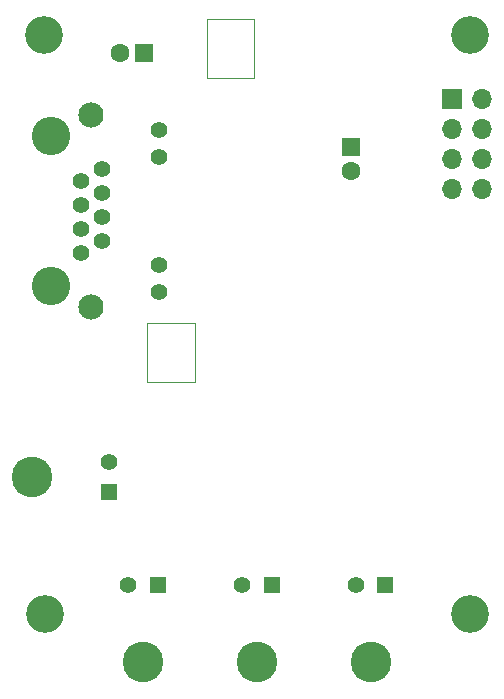
<source format=gbs>
G04 #@! TF.GenerationSoftware,KiCad,Pcbnew,8.0.8*
G04 #@! TF.CreationDate,2025-02-07T15:06:47+09:00*
G04 #@! TF.ProjectId,solenoid valve2020,736f6c65-6e6f-4696-9420-76616c766532,rev?*
G04 #@! TF.SameCoordinates,Original*
G04 #@! TF.FileFunction,Soldermask,Bot*
G04 #@! TF.FilePolarity,Negative*
%FSLAX46Y46*%
G04 Gerber Fmt 4.6, Leading zero omitted, Abs format (unit mm)*
G04 Created by KiCad (PCBNEW 8.0.8) date 2025-02-07 15:06:47*
%MOMM*%
%LPD*%
G01*
G04 APERTURE LIST*
%ADD10C,0.100000*%
%ADD11R,1.700000X1.700000*%
%ADD12O,1.700000X1.700000*%
%ADD13C,3.200000*%
%ADD14C,3.440000*%
%ADD15R,1.400000X1.400000*%
%ADD16C,1.400000*%
%ADD17R,1.600000X1.600000*%
%ADD18C,1.600000*%
%ADD19C,3.251200*%
%ADD20C,1.397000*%
%ADD21C,2.133600*%
G04 APERTURE END LIST*
D10*
G04 #@! TO.C,U6*
X68800000Y-53595000D02*
X72800000Y-53595000D01*
X68800000Y-58595000D02*
X68800000Y-53595000D01*
X72800000Y-53595000D02*
X72800000Y-58595000D01*
X72800000Y-58595000D02*
X68800000Y-58595000D01*
G04 #@! TO.C,U2*
X63740000Y-79365000D02*
X67740000Y-79365000D01*
X63740000Y-84365000D02*
X63740000Y-79365000D01*
X67740000Y-79365000D02*
X67740000Y-81865000D01*
X67740000Y-81865000D02*
X67740000Y-84365000D01*
X67740000Y-84365000D02*
X63740000Y-84365000D01*
G04 #@! TD*
D11*
G04 #@! TO.C,JP1*
X89519000Y-60380000D03*
D12*
X92059000Y-60380000D03*
X89519000Y-62920000D03*
X92059000Y-62920000D03*
X89519000Y-65460000D03*
X92059000Y-65460000D03*
X89519000Y-68000000D03*
X92059000Y-68000000D03*
G04 #@! TD*
D13*
G04 #@! TO.C,REF\u002A\u002A*
X55000000Y-55000000D03*
G04 #@! TD*
D14*
G04 #@! TO.C,X0*
X63377000Y-108077000D03*
D15*
X64627000Y-101577000D03*
D16*
X62127000Y-101577000D03*
G04 #@! TD*
D17*
G04 #@! TO.C,C17*
X81000000Y-64493000D03*
D18*
X81000000Y-66493000D03*
G04 #@! TD*
D19*
G04 #@! TO.C,CN1*
X55571000Y-63522000D03*
X55571000Y-76222000D03*
D20*
X58111000Y-73428000D03*
X59889000Y-72412000D03*
X58111000Y-71396000D03*
X59889000Y-70380000D03*
X58111000Y-69364000D03*
X59889000Y-68348000D03*
X58111000Y-67332000D03*
X59889000Y-66316000D03*
X64715000Y-76730000D03*
X64715000Y-74444000D03*
D21*
X59000000Y-61744000D03*
X59000000Y-78000000D03*
D20*
X64715000Y-65300000D03*
X64715000Y-63014000D03*
G04 #@! TD*
D17*
G04 #@! TO.C,C14*
X63455113Y-56500000D03*
D18*
X61455113Y-56500000D03*
G04 #@! TD*
D14*
G04 #@! TO.C,X2*
X82641000Y-108077000D03*
D15*
X83891000Y-101577000D03*
D16*
X81391000Y-101577000D03*
G04 #@! TD*
D14*
G04 #@! TO.C,X1*
X73029000Y-108077000D03*
D15*
X74279000Y-101577000D03*
D16*
X71779000Y-101577000D03*
G04 #@! TD*
D14*
G04 #@! TO.C,X3*
X54000000Y-92413000D03*
D15*
X60500000Y-93663000D03*
D16*
X60500000Y-91163000D03*
G04 #@! TD*
D13*
G04 #@! TO.C,REF\u002A\u002A*
X55033000Y-104026000D03*
G04 #@! TD*
G04 #@! TO.C,REF\u002A\u002A*
X91033000Y-55000000D03*
G04 #@! TD*
G04 #@! TO.C,REF\u002A\u002A*
X91033000Y-104026000D03*
G04 #@! TD*
M02*

</source>
